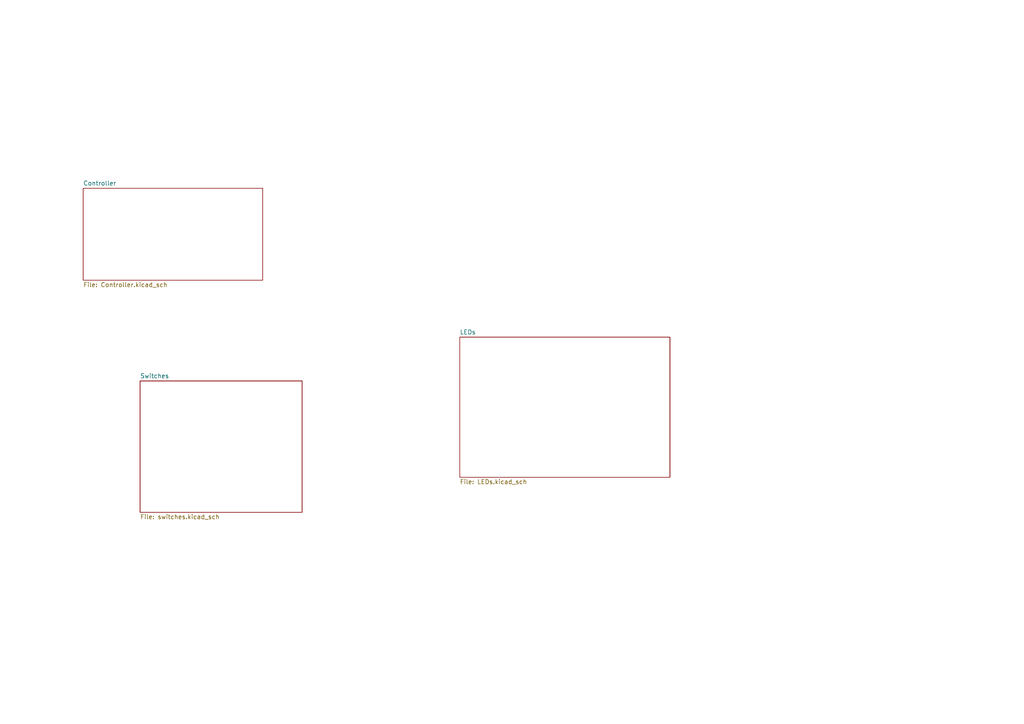
<source format=kicad_sch>
(kicad_sch (version 20211123) (generator eeschema)
  (paper "A4")
  (lib_symbols)
  (sheet (at 40.64 110.49) (size 46.99 38.1)
    (property "Sheet name" "Switches" (at 40.64 109.7784 0) (effects (justify left bottom)))
    (property "Sheet file" "switches.kicad_sch" (at 40.64 149.1746 0) (effects (justify left top)))
  )
  (sheet (at 24.13 54.61) (size 52.07 26.67)
    (property "Sheet name" "Controller" (at 24.13 53.8984 0) (effects (justify left bottom)))
    (property "Sheet file" "Controller.kicad_sch" (at 24.13 81.8646 0) (effects (justify left top)))
  )
  (sheet (at 133.35 97.79) (size 60.96 40.64)
    (property "Sheet name" "LEDs" (at 133.35 97.0784 0) (effects (justify left bottom)))
    (property "Sheet file" "LEDs.kicad_sch" (at 133.35 139.0146 0) (effects (justify left top)))
  )
)
</source>
